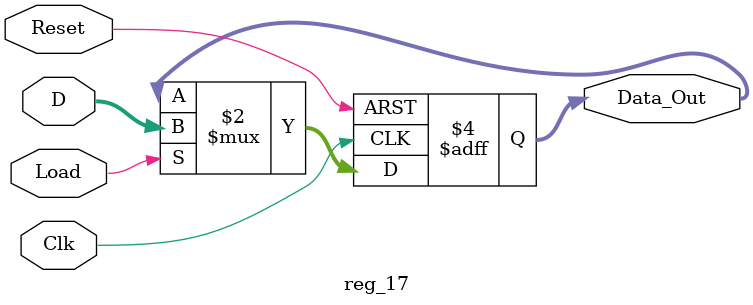
<source format=sv>
module reg_17 ( input						Clk, Reset, Load,
					input						[16:0] D,
					output logic 			[16:0] Data_Out);
					
		always_ff @ (posedge Clk or posedge Reset)
		begin
				// Setting the output Q[16..0] of the register to zeros as Reset is pressed
				if(Reset)
					Data_Out <= 17'b00000000000000000;
				// Loading D into register when load button is pressed (will eiher be switches or result of sum)
				else if(Load)
					Data_Out <= D;
		end
		
endmodule
</source>
